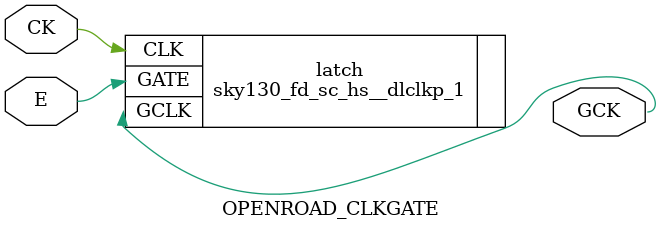
<source format=v>
module OPENROAD_CLKGATE (CK, E, GCK);
  input CK;
  input E;
  output GCK;

sky130_fd_sc_hs__dlclkp_1 latch (.CLK (CK), .GATE(E), .GCLK(GCK));

endmodule

</source>
